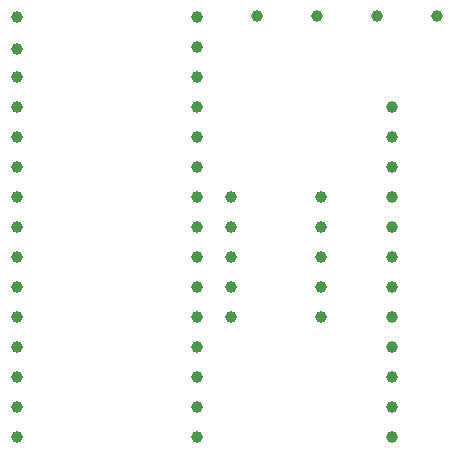
<source format=gbr>
%TF.GenerationSoftware,KiCad,Pcbnew,9.0.0*%
%TF.CreationDate,2025-05-21T23:54:08-07:00*%
%TF.ProjectId,server,73657276-6572-42e6-9b69-6361645f7063,v0.3*%
%TF.SameCoordinates,Original*%
%TF.FileFunction,Plated,1,2,PTH,Drill*%
%TF.FilePolarity,Positive*%
%FSLAX46Y46*%
G04 Gerber Fmt 4.6, Leading zero omitted, Abs format (unit mm)*
G04 Created by KiCad (PCBNEW 9.0.0) date 2025-05-21 23:54:08*
%MOMM*%
%LPD*%
G01*
G04 APERTURE LIST*
%TA.AperFunction,ComponentDrill*%
%ADD10C,1.000000*%
%TD*%
G04 APERTURE END LIST*
D10*
%TO.C,ESP32_Nano1*%
X130806528Y-82701898D03*
X130810000Y-80010000D03*
X130810000Y-85090000D03*
X130810000Y-87630000D03*
X130810000Y-90170000D03*
X130810000Y-92710000D03*
X130810000Y-95250000D03*
X130810000Y-97790000D03*
X130810000Y-100330000D03*
X130810000Y-102870000D03*
X130810000Y-105410000D03*
X130810000Y-107950000D03*
X130810000Y-110490000D03*
X130810000Y-113030000D03*
X130810000Y-115570000D03*
X146050000Y-80010000D03*
X146050000Y-82550000D03*
X146050000Y-85090000D03*
X146050000Y-87630000D03*
X146050000Y-90170000D03*
X146050000Y-92710000D03*
X146050000Y-95250000D03*
X146050000Y-97790000D03*
X146050000Y-100330000D03*
X146050000Y-102870000D03*
X146050000Y-105410000D03*
X146050000Y-107950000D03*
X146050000Y-110490000D03*
X146050000Y-113030000D03*
X146050000Y-115570000D03*
%TO.C,R1*%
X148990000Y-95250000D03*
%TO.C,R2*%
X148990000Y-97790000D03*
%TO.C,R3*%
X148990000Y-100330000D03*
%TO.C,R4*%
X148990000Y-102870000D03*
%TO.C,R5*%
X148990000Y-105410000D03*
%TO.C,2_PIN_CONNECTOR1*%
X151130000Y-79910000D03*
X156210000Y-79910000D03*
%TO.C,R1*%
X156610000Y-95250000D03*
%TO.C,R2*%
X156610000Y-97790000D03*
%TO.C,R3*%
X156610000Y-100330000D03*
%TO.C,R4*%
X156610000Y-102870000D03*
%TO.C,R5*%
X156610000Y-105410000D03*
%TO.C,2_PIN_CONNECTOR2*%
X161290000Y-79910000D03*
%TO.C,RGB_LED_ROUND3*%
X162550000Y-107950000D03*
X162550000Y-110490000D03*
X162550000Y-113030000D03*
X162550000Y-115570000D03*
%TO.C,RGB_LED_ROUND1*%
X162560000Y-87630000D03*
X162560000Y-90170000D03*
X162560000Y-92710000D03*
X162560000Y-95250000D03*
%TO.C,RGB_LED_ROUND2*%
X162560000Y-97790000D03*
X162560000Y-100330000D03*
X162560000Y-102870000D03*
X162560000Y-105410000D03*
%TO.C,2_PIN_CONNECTOR2*%
X166370000Y-79910000D03*
M02*

</source>
